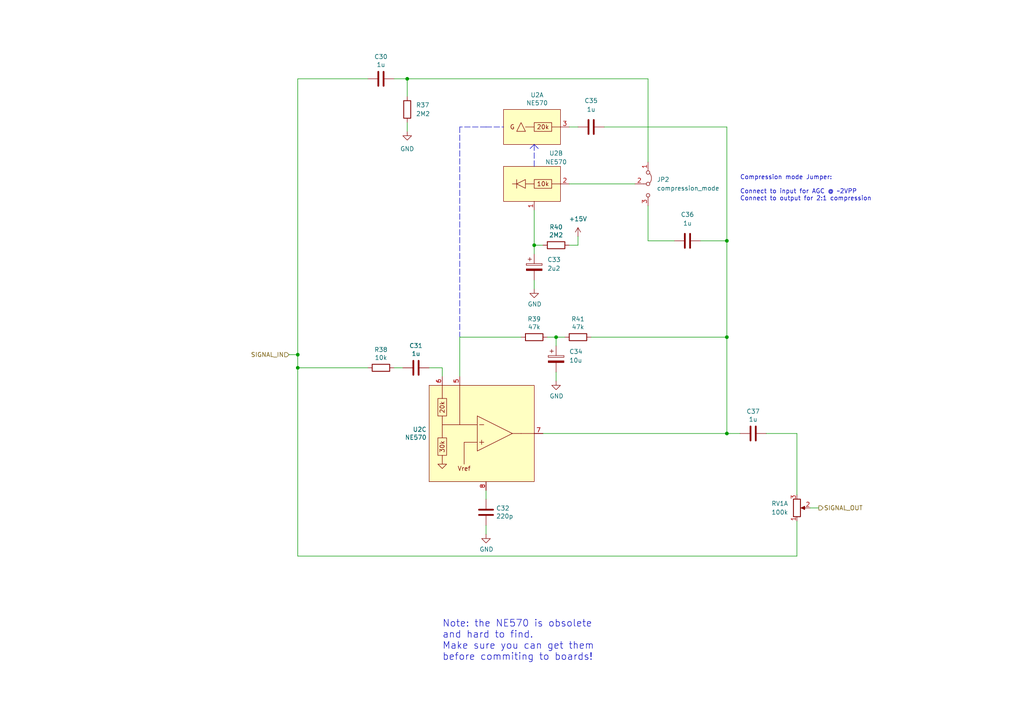
<source format=kicad_sch>
(kicad_sch (version 20211123) (generator eeschema)
  (paper "A4")
  (title_block (title "M.S.M. Stereo Lowpass Filter Pedal") (date "2022-05-20") (rev "0") (comment 2 "creativecommons.org/licenses/by/4.0") (comment 3 "License: CC by 4.0") (comment 4 "Author: Jordan Aceto"))
  (lib_symbols
    (symbol "Device:C" (pin_numbers hide) (pin_names (offset 0.254))
      (property "Reference" "C" (at 0.635 2.54 0))
      (property "Value" "C" (at 0.635 -2.54 0))
      (symbol "C_0_1"
        (polyline (pts (xy -2.032 -0.762) (xy 2.032 -0.762)) (stroke (width 0.508)))
        (polyline (pts (xy -2.032 0.762) (xy 2.032 0.762)) (stroke (width 0.508)))
      )
      (symbol "C_1_1"
        (pin passive line (at 0 3.81 270) (length 2.794) (name "~") (number "1"))
        (pin passive line (at 0 -3.81 90) (length 2.794) (name "~") (number "2"))
      )
    )
    (symbol "Device:C_Polarized" (pin_numbers hide) (pin_names (offset 0.254))
      (property "Reference" "C" (at 0.635 2.54 0))
      (property "Value" "C_Polarized" (at 0.635 -2.54 0))
      (symbol "C_Polarized_0_1"
        (rectangle (start -2.286 0.508) (end 2.286 1.016))
        (polyline (pts (xy -1.778 2.286) (xy -0.762 2.286)))
        (polyline (pts (xy -1.27 2.794) (xy -1.27 1.778)))
        (rectangle (start 2.286 -0.508) (end -2.286 -1.016) (fill (type outline)))
      )
      (symbol "C_Polarized_1_1"
        (pin passive line (at 0 3.81 270) (length 2.794) (name "~") (number "1"))
        (pin passive line (at 0 -3.81 90) (length 2.794) (name "~") (number "2"))
      )
    )
    (symbol "Device:R" (pin_numbers hide) (pin_names (offset 0))
      (property "Reference" "R" (at 2.032 0 90))
      (property "Value" "R" (at 0 0 90))
      (symbol "R_0_1"
        (rectangle (start -1.016 -2.54) (end 1.016 2.54) (stroke (width 0.254)))
      )
      (symbol "R_1_1"
        (pin passive line (at 0 3.81 270) (length 1.27) (name "~") (number "1"))
        (pin passive line (at 0 -3.81 90) (length 1.27) (name "~") (number "2"))
      )
    )
    (symbol "Device:R_Potentiometer_Dual_Separate" (pin_names (offset 1.016) hide)
      (property "Reference" "RV" (at -4.445 0 90))
      (property "Value" "R_Potentiometer_Dual_Separate" (at -2.54 0 90))
      (symbol "R_Potentiometer_Dual_Separate_0_1"
        (polyline (pts (xy 2.54 0) (xy 1.524 0)))
        (polyline (pts (xy 1.143 0) (xy 2.286 0.508) (xy 2.286 -0.508) (xy 1.143 0)) (fill (type outline)))
        (rectangle (start 1.016 2.54) (end -1.016 -2.54) (stroke (width 0.254)))
      )
      (symbol "R_Potentiometer_Dual_Separate_1_1"
        (pin passive line (at 0 3.81 270) (length 1.27) (name "1") (number "1"))
        (pin passive line (at 3.81 0 180) (length 1.27) (name "2") (number "2"))
        (pin passive line (at 0 -3.81 90) (length 1.27) (name "3") (number "3"))
      )
      (symbol "R_Potentiometer_Dual_Separate_2_1"
        (pin passive line (at 0 3.81 270) (length 1.27) (name "4") (number "4"))
        (pin passive line (at 3.81 0 180) (length 1.27) (name "5") (number "5"))
        (pin passive line (at 0 -3.81 90) (length 1.27) (name "6") (number "6"))
      )
    )
    (symbol "Jumper:Jumper_3_Bridged12" (pin_names (offset 0) hide)
      (property "Reference" "JP" (at -2.54 -2.54 0))
      (property "Value" "Jumper_3_Bridged12" (at 0 2.794 0))
      (symbol "Jumper_3_Bridged12_0_0"
        (circle (center -3.302 0) (radius 0.508))
        (circle (center 0 0) (radius 0.508))
        (circle (center 3.302 0) (radius 0.508))
      )
      (symbol "Jumper_3_Bridged12_0_1"
        (arc (start -0.254 0.508) (mid -1.651 0.9912) (end -3.048 0.508))
        (polyline (pts (xy 0 -1.27) (xy 0 -0.508)))
      )
      (symbol "Jumper_3_Bridged12_1_1"
        (pin passive line (at -6.35 0 0) (length 2.54) (name "A") (number "1"))
        (pin passive line (at 0 -3.81 90) (length 2.54) (name "C") (number "2"))
        (pin passive line (at 6.35 0 180) (length 2.54) (name "B") (number "3"))
      )
    )
    (symbol "custom_symbols:NE570" (pin_names (offset 1.016))
      (property "Reference" "U2" (at 0.8382 9.271 0))
      (property "Value" "NE570" (at 0.8382 6.9596 0))
      (symbol "NE570_1_0"
        (polyline (pts (xy 0 0) (xy 2.54 0)))
        (text "20k" (at -2.54 0 0) (effects (font (size 1.27 1.27))))
      )
      (symbol "NE570_1_1"
        (rectangle (start -7.62 5.08) (end 8.89 -5.08) (fill (type background)))
        (polyline (pts (xy 2.54 -1.27) (xy 3.81 1.27) (xy 5.08 -1.27) (xy 2.54 -1.27)))
        (polyline (pts (xy -7.62 0) (xy -5.08 0) (xy -5.08 1.27) (xy 0 1.27) (xy 0 -1.27) (xy -5.08 -1.27) (xy -5.08 0)))
        (text "G" (at 6.35 0 0) (effects (font (size 1.27 1.27))))
        (pin input line (at -10.16 0 0) (length 2.54) (name "~") (number "3"))
      )
      (symbol "NE570_2_1"
        (rectangle (start -7.62 5.08) (end 8.89 -5.08) (fill (type background)))
        (polyline (pts (xy 5.08 0) (xy 6.35 0)))
        (polyline (pts (xy 5.08 1.27) (xy 5.08 -1.27)))
        (polyline (pts (xy 0 0) (xy 2.54 0) (xy 2.54 1.27) (xy 5.08 0) (xy 2.54 -1.27) (xy 2.54 0) (xy 2.54 -1.27)))
        (polyline (pts (xy -7.62 0) (xy -5.08 0) (xy -5.08 1.27) (xy -1.27 1.27) (xy 0 1.27) (xy 0 -1.27) (xy -5.08 -1.27) (xy -5.08 0)))
        (text "10k" (at -2.54 0 0) (effects (font (size 1.27 1.27))))
        (pin input line (at 0 -7.62 90) (length 2.54) (name "~") (number "1"))
        (pin input line (at -10.16 0 0) (length 2.54) (name "~") (number "2"))
      )
      (symbol "NE570_3_1"
        (rectangle (start -16.51 -13.97) (end 13.97 13.97) (fill (type background)))
        (polyline (pts (xy -12.7 10.16) (xy -12.7 13.97)))
        (polyline (pts (xy -7.62 2.54) (xy -7.62 13.97)))
        (polyline (pts (xy -1.905 -2.54) (xy -0.635 -2.54)))
        (polyline (pts (xy -1.905 2.54) (xy -0.635 2.54)))
        (polyline (pts (xy -1.27 -3.175) (xy -1.27 -1.905)))
        (polyline (pts (xy 7.62 0) (xy 10.16 0)))
        (polyline (pts (xy 10.16 0) (xy 13.97 0)))
        (polyline (pts (xy -2.54 -2.54) (xy -6.35 -2.54) (xy -6.35 -8.89)))
        (polyline (pts (xy -2.54 5.08) (xy -2.54 -5.08) (xy 7.62 0) (xy -2.54 5.08)))
        (polyline (pts (xy -12.7 -6.35) (xy -12.7 -8.89) (xy -13.97 -8.89) (xy -12.7 -10.16) (xy -11.43 -8.89) (xy -12.7 -8.89)))
        (polyline (pts (xy -12.7 2.54) (xy -12.7 5.08) (xy -13.97 5.08) (xy -13.97 10.16) (xy -11.43 10.16) (xy -11.43 5.08) (xy -12.7 5.08)))
        (polyline (pts (xy -2.54 2.54) (xy -12.7 2.54) (xy -12.7 -1.27) (xy -13.97 -1.27) (xy -13.97 -6.35) (xy -11.43 -6.35) (xy -11.43 -1.27) (xy -12.7 -1.27)))
        (text "20k" (at -12.7 7.62 900) (effects (font (size 1.27 1.27))))
        (text "30k" (at -12.7 -3.81 900) (effects (font (size 1.27 1.27))))
        (text "Vref" (at -6.35 -10.16 0) (effects (font (size 1.27 1.27))))
        (pin input line (at -7.62 16.51 270) (length 2.54) (name "~") (number "5"))
        (pin input line (at -12.7 16.51 270) (length 2.54) (name "~") (number "6"))
        (pin output line (at 16.51 0 180) (length 2.54) (name "~") (number "7"))
        (pin input line (at 0 -16.51 90) (length 2.54) (name "~") (number "8"))
      )
      (symbol "NE570_4_0"
        (polyline (pts (xy -7.62 0) (xy -5.08 0) (xy -5.08 1.27) (xy 0 1.27) (xy 0 -1.27) (xy -5.08 -1.27) (xy -5.08 0)))
      )
      (symbol "NE570_4_1"
        (rectangle (start -7.62 5.08) (end 8.89 -5.08) (fill (type background)))
        (polyline (pts (xy 0 0) (xy 2.54 0)))
        (polyline (pts (xy 2.54 -1.27) (xy 3.81 1.27) (xy 5.08 -1.27) (xy 2.54 -1.27)))
        (polyline (pts (xy -7.62 0) (xy -5.08 0) (xy -5.08 1.27) (xy 0 1.27) (xy 0 -1.27) (xy -5.08 -1.27) (xy -5.08 0)))
        (text "20k" (at -2.54 0 0) (effects (font (size 1.27 1.27))))
        (text "G" (at 6.35 0 0) (effects (font (size 1.27 1.27))))
        (pin input line (at -10.16 0 0) (length 2.54) (name "~") (number "14"))
      )
      (symbol "NE570_5_1"
        (rectangle (start -7.62 5.08) (end 8.89 -5.08) (fill (type background)))
        (polyline (pts (xy 5.08 0) (xy 6.35 0)))
        (polyline (pts (xy 5.08 1.27) (xy 5.08 -1.27)))
        (polyline (pts (xy 0 0) (xy 2.54 0) (xy 2.54 1.27) (xy 5.08 0) (xy 2.54 -1.27) (xy 2.54 0) (xy 2.54 -1.27)))
        (polyline (pts (xy -7.62 0) (xy -5.08 0) (xy -5.08 1.27) (xy -1.27 1.27) (xy 0 1.27) (xy 0 -1.27) (xy -5.08 -1.27) (xy -5.08 0)))
        (text "10k" (at -2.54 0 0) (effects (font (size 1.27 1.27))))
        (pin input line (at -10.16 0 0) (length 2.54) (name "~") (number "15"))
        (pin input line (at 0 -7.62 90) (length 2.54) (name "~") (number "16"))
      )
      (symbol "NE570_6_1"
        (rectangle (start -16.51 -13.97) (end 13.97 13.97) (fill (type background)))
        (polyline (pts (xy -12.7 10.16) (xy -12.7 13.97)))
        (polyline (pts (xy -7.62 2.54) (xy -7.62 13.97)))
        (polyline (pts (xy -1.905 -2.54) (xy -0.635 -2.54)))
        (polyline (pts (xy -1.905 2.54) (xy -0.635 2.54)))
        (polyline (pts (xy -1.27 -3.175) (xy -1.27 -1.905)))
        (polyline (pts (xy 7.62 0) (xy 13.97 0)))
        (polyline (pts (xy -2.54 -2.54) (xy -6.35 -2.54) (xy -6.35 -8.89)))
        (polyline (pts (xy -2.54 5.08) (xy -2.54 -5.08) (xy 7.62 0) (xy -2.54 5.08)))
        (polyline (pts (xy -12.7 -6.35) (xy -12.7 -8.89) (xy -13.97 -8.89) (xy -12.7 -10.16) (xy -11.43 -8.89) (xy -12.7 -8.89)))
        (polyline (pts (xy -12.7 2.54) (xy -12.7 5.08) (xy -13.97 5.08) (xy -13.97 10.16) (xy -11.43 10.16) (xy -11.43 5.08) (xy -12.7 5.08)))
        (polyline (pts (xy -2.54 2.54) (xy -12.7 2.54) (xy -12.7 -1.27) (xy -13.97 -1.27) (xy -13.97 -6.35) (xy -11.43 -6.35) (xy -11.43 -1.27) (xy -12.7 -1.27)))
        (text "20k" (at -12.7 7.62 900) (effects (font (size 1.27 1.27))))
        (text "30k" (at -12.7 -3.81 900) (effects (font (size 1.27 1.27))))
        (text "Vref" (at -6.35 -10.16 0) (effects (font (size 1.27 1.27))))
        (pin output line (at 16.51 0 180) (length 2.54) (name "~") (number "10"))
        (pin input line (at -12.7 16.51 270) (length 2.54) (name "~") (number "11"))
        (pin input line (at -7.62 16.51 270) (length 2.54) (name "~") (number "12"))
        (pin input line (at 0 -16.51 90) (length 2.54) (name "~") (number "9"))
      )
      (symbol "NE570_7_1"
        (pin power_in line (at 0 7.62 270) (length 2.54) (name "Vcc") (number "13"))
        (pin power_in line (at 0 -7.62 90) (length 2.54) (name "gnd") (number "4"))
      )
    )
    (symbol "power:+15V" (power) (pin_names (offset 0))
      (property "Value" "+15V" (at 0 3.556 0))
      (symbol "+15V_0_1"
        (polyline (pts (xy -0.762 1.27) (xy 0 2.54)))
        (polyline (pts (xy 0 0) (xy 0 2.54)))
        (polyline (pts (xy 0 2.54) (xy 0.762 1.27)))
      )
      (symbol "+15V_1_1"
        (pin power_in line (at 0 0 90) (length 0) hide (name "+15V") (number "1"))
      )
    )
    (symbol "power:GND" (power) (pin_names (offset 0))
      (property "Value" "GND" (at 0 -3.81 0))
      (symbol "GND_0_1"
        (polyline (pts (xy 0 0) (xy 0 -1.27) (xy 1.27 -1.27) (xy 0 -2.54) (xy -1.27 -1.27) (xy 0 -1.27)))
      )
      (symbol "GND_1_1"
        (pin power_in line (at 0 0 270) (length 0) hide (name "GND") (number "1"))
      )
    )
  )
  (junction (at 210.82 125.73))
  (junction (at 154.94 71.12))
  (junction (at 86.36 102.87))
  (junction (at 86.36 106.68))
  (junction (at 210.82 97.79))
  (junction (at 161.29 97.79))
  (junction (at 118.11 22.86))
  (junction (at 210.82 69.85))
  (wire (pts (xy 83.82 102.87) (xy 86.36 102.87)))
  (wire (pts (xy 157.48 71.12) (xy 154.94 71.12)))
  (polyline (pts (xy 154.94 41.91) (xy 153.67 43.18)))
  (wire (pts (xy 165.1 36.83) (xy 167.64 36.83)))
  (wire (pts (xy 210.82 36.83) (xy 210.82 69.85)))
  (wire (pts (xy 157.48 125.73) (xy 210.82 125.73)))
  (wire (pts (xy 167.64 68.58) (xy 167.64 71.12)))
  (wire (pts (xy 128.27 109.22) (xy 128.27 106.68)))
  (wire (pts (xy 118.11 35.56) (xy 118.11 38.1)))
  (wire (pts (xy 231.14 151.13) (xy 231.14 161.29)))
  (wire (pts (xy 187.96 46.99) (xy 187.96 22.86)))
  (wire (pts (xy 86.36 161.29) (xy 231.14 161.29)))
  (polyline (pts (xy 133.35 36.83) (xy 133.35 97.79)))
  (wire (pts (xy 161.29 97.79) (xy 163.83 97.79)))
  (wire (pts (xy 234.95 147.32) (xy 237.49 147.32)))
  (polyline (pts (xy 154.94 41.91) (xy 156.21 43.18)))
  (wire (pts (xy 106.68 22.86) (xy 86.36 22.86)))
  (wire (pts (xy 86.36 102.87) (xy 86.36 106.68)))
  (wire (pts (xy 86.36 22.86) (xy 86.36 102.87)))
  (polyline (pts (xy 140.97 36.83) (xy 133.35 36.83)))
  (wire (pts (xy 203.2 69.85) (xy 210.82 69.85)))
  (wire (pts (xy 116.84 106.68) (xy 114.3 106.68)))
  (wire (pts (xy 167.64 71.12) (xy 165.1 71.12)))
  (wire (pts (xy 154.94 73.66) (xy 154.94 71.12)))
  (wire (pts (xy 231.14 125.73) (xy 222.25 125.73)))
  (wire (pts (xy 154.94 81.28) (xy 154.94 83.82)))
  (polyline (pts (xy 154.94 48.26) (xy 154.94 41.91)))
  (wire (pts (xy 158.75 97.79) (xy 161.29 97.79)))
  (wire (pts (xy 231.14 143.51) (xy 231.14 125.73)))
  (polyline (pts (xy 140.97 36.83) (xy 146.05 36.83)))
  (wire (pts (xy 114.3 22.86) (xy 118.11 22.86)))
  (wire (pts (xy 161.29 100.33) (xy 161.29 97.79)))
  (wire (pts (xy 171.45 97.79) (xy 210.82 97.79)))
  (wire (pts (xy 140.97 144.78) (xy 140.97 142.24)))
  (wire (pts (xy 161.29 107.95) (xy 161.29 110.49)))
  (wire (pts (xy 187.96 59.69) (xy 187.96 69.85)))
  (wire (pts (xy 165.1 53.34) (xy 184.15 53.34)))
  (wire (pts (xy 140.97 152.4) (xy 140.97 154.94)))
  (wire (pts (xy 187.96 69.85) (xy 195.58 69.85)))
  (wire (pts (xy 118.11 22.86) (xy 187.96 22.86)))
  (wire (pts (xy 128.27 106.68) (xy 124.46 106.68)))
  (wire (pts (xy 86.36 106.68) (xy 86.36 161.29)))
  (wire (pts (xy 210.82 69.85) (xy 210.82 97.79)))
  (wire (pts (xy 175.26 36.83) (xy 210.82 36.83)))
  (wire (pts (xy 154.94 71.12) (xy 154.94 60.96)))
  (wire (pts (xy 133.35 97.79) (xy 133.35 109.22)))
  (wire (pts (xy 210.82 97.79) (xy 210.82 125.73)))
  (wire (pts (xy 118.11 22.86) (xy 118.11 27.94)))
  (wire (pts (xy 210.82 125.73) (xy 214.63 125.73)))
  (wire (pts (xy 86.36 106.68) (xy 106.68 106.68)))
  (wire (pts (xy 133.35 97.79) (xy 151.13 97.79)))
  (text "Note: the NE570 is obsolete \nand hard to find. \nMake sure you can get them \nbefore commiting to boards!" (at 128.27 191.77 0) (effects (font (size 2 2)) (justify left bottom)))
  (text "Compression mode Jumper:\n\nConnect to input for AGC @ ~2VPP\nConnect to output for 2:1 compression" (at 214.63 58.42 0) (effects (font (size 1.27 1.27)) (justify left bottom)))
  (hierarchical_label "SIGNAL_OUT" (shape output) (at 237.49 147.32 0))
  (hierarchical_label "SIGNAL_IN" (shape input) (at 83.82 102.87 180))
  (symbol (lib_id "Device:C_Polarized") (at 154.94 77.47 0) (unit 1)
    (property "Reference" "C33" (at 158.75 75.3109 0) (effects (justify left)))
    (property "Value" "2u2" (at 158.75 77.8509 0) (effects (justify left)))
    (property "Footprint" "Capacitor_THT:CP_Radial_D6.3mm_P2.50mm" (effects hide))
  )
  (symbol (lib_id "Jumper:Jumper_3_Bridged12") (at 187.96 53.34 270) (unit 1)
    (property "Reference" "JP2" (at 190.5 52.0699 90) (effects (justify left)))
    (property "Value" "compression_mode" (at 190.5 54.6099 90) (effects (justify left)))
    (property "Footprint" "Connector_PinHeader_2.54mm:PinHeader_1x03_P2.54mm_Vertical" (effects hide))
  )
  (symbol (lib_id "Device:C") (at 171.45 36.83 90) (unit 1)
    (property "Reference" "C35" (at 171.45 29.21 90))
    (property "Value" "1u" (at 171.45 31.75 90))
    (property "Footprint" "Capacitor_THT:C_Rect_L7.2mm_W5.5mm_P5.00mm_FKS2_FKP2_MKS2_MKP2" (effects hide))
  )
  (symbol (lib_id "power:GND") (at 118.11 38.1 0) (unit 1)
    (property "Reference" "#PWR0143" (effects hide))
    (property "Value" "GND" (at 118.11 43.18 0))
  )
  (symbol (lib_id "power:GND") (at 154.94 83.82 0) (unit 1)
    (property "Reference" "#PWR0142" (effects hide))
    (property "Value" "GND" (at 155.067 88.2142 0))
  )
  (symbol (lib_id "Device:R_Potentiometer_Dual_Separate") (at 231.14 147.32 0) (mirror x) (unit 1)
    (property "Reference" "RV1" (at 228.6 146.0499 0) (effects (justify right)))
    (property "Value" "100k" (at 228.6 148.5899 0) (effects (justify right)))
    (property "Footprint" "Potentiometer_THT:Potentiometer_Alpha_RD902F-40-00D_Dual_Vertical" (effects hide))
  )
  (symbol (lib_id "power:GND") (at 140.97 154.94 0) (unit 1)
    (property "Reference" "#PWR0140" (effects hide))
    (property "Value" "GND" (at 141.097 159.3342 0))
  )
  (symbol (lib_id "Device:R") (at 161.29 71.12 270) (unit 1)
    (property "Reference" "R40" (at 161.29 65.8622 90))
    (property "Value" "2M2" (at 161.29 68.1736 90))
    (property "Footprint" "Resistor_SMD:R_0805_2012Metric" (effects hide))
  )
  (symbol (lib_id "Device:C") (at 140.97 148.59 0) (unit 1)
    (property "Reference" "C32" (at 143.891 147.4216 0) (effects (justify left)))
    (property "Value" "220p" (at 143.891 149.733 0) (effects (justify left)))
    (property "Footprint" "Capacitor_SMD:C_0805_2012Metric" (effects hide))
  )
  (symbol (lib_id "power:+15V") (at 167.64 68.58 0) (unit 1)
    (property "Reference" "#PWR0134" (effects hide))
    (property "Value" "+15V" (at 167.64 63.5 0))
  )
  (symbol (lib_id "Device:R") (at 110.49 106.68 270) (unit 1)
    (property "Reference" "R38" (at 110.49 101.4222 90))
    (property "Value" "10k" (at 110.49 103.7336 90))
    (property "Footprint" "Resistor_SMD:R_0805_2012Metric" (effects hide))
  )
  (symbol (lib_id "Device:C") (at 199.39 69.85 90) (unit 1)
    (property "Reference" "C36" (at 199.39 62.23 90))
    (property "Value" "1u" (at 199.39 64.77 90))
    (property "Footprint" "Capacitor_THT:C_Rect_L7.2mm_W5.5mm_P5.00mm_FKS2_FKP2_MKS2_MKP2" (effects hide))
  )
  (symbol (lib_id "Device:C") (at 110.49 22.86 270) (unit 1)
    (property "Reference" "C30" (at 110.49 16.4592 90))
    (property "Value" "1u" (at 110.49 18.7706 90))
    (property "Footprint" "Capacitor_THT:C_Rect_L7.2mm_W5.5mm_P5.00mm_FKS2_FKP2_MKS2_MKP2" (effects hide))
  )
  (symbol (lib_id "custom_symbols:NE570") (at 140.97 125.73 0) (unit 3)
    (property "Reference" "U2" (at 123.7488 124.5616 0) (effects (justify right)))
    (property "Value" "NE570" (at 123.7488 126.873 0) (effects (justify right)))
    (property "Footprint" "Package_DIP:DIP-16_W7.62mm_Socket" (effects hide))
  )
  (symbol (lib_id "custom_symbols:NE570") (at 154.94 53.34 0) (mirror y) (unit 2)
    (property "Reference" "U2" (at 161.29 44.45 0))
    (property "Value" "NE570" (at 161.29 46.99 0))
    (property "Footprint" "Package_DIP:DIP-16_W7.62mm_Socket" (effects hide))
  )
  (symbol (lib_id "Device:C") (at 218.44 125.73 270) (unit 1)
    (property "Reference" "C37" (at 218.44 119.3292 90))
    (property "Value" "1u" (at 218.44 121.6406 90))
    (property "Footprint" "Capacitor_THT:C_Rect_L7.2mm_W5.5mm_P5.00mm_FKS2_FKP2_MKS2_MKP2" (effects hide))
  )
  (symbol (lib_id "Device:R") (at 154.94 97.79 270) (unit 1)
    (property "Reference" "R39" (at 154.94 92.5322 90))
    (property "Value" "47k" (at 154.94 94.8436 90))
    (property "Footprint" "Resistor_SMD:R_0805_2012Metric" (effects hide))
  )
  (symbol (lib_id "Device:R") (at 167.64 97.79 270) (unit 1)
    (property "Reference" "R41" (at 167.64 92.5322 90))
    (property "Value" "47k" (at 167.64 94.8436 90))
    (property "Footprint" "Resistor_SMD:R_0805_2012Metric" (effects hide))
  )
  (symbol (lib_id "power:GND") (at 161.29 110.49 0) (unit 1)
    (property "Reference" "#PWR0139" (effects hide))
    (property "Value" "GND" (at 161.417 114.8842 0))
  )
  (symbol (lib_id "Device:R") (at 118.11 31.75 0) (unit 1)
    (property "Reference" "R37" (at 120.65 30.4799 0) (effects (justify left)))
    (property "Value" "2M2" (at 120.65 33.0199 0) (effects (justify left)))
    (property "Footprint" "Resistor_SMD:R_0805_2012Metric" (effects hide))
  )
  (symbol (lib_id "custom_symbols:NE570") (at 154.94 36.83 0) (mirror y) (unit 1)
    (property "Reference" "U2" (at 155.7782 27.559 0))
    (property "Value" "NE570" (at 155.7782 29.8704 0))
    (property "Footprint" "Package_DIP:DIP-16_W7.62mm_Socket" (effects hide))
  )
  (symbol (lib_id "Device:C") (at 120.65 106.68 270) (unit 1)
    (property "Reference" "C31" (at 120.65 100.2792 90))
    (property "Value" "1u" (at 120.65 102.5906 90))
    (property "Footprint" "Capacitor_THT:C_Rect_L7.2mm_W5.5mm_P5.00mm_FKS2_FKP2_MKS2_MKP2" (effects hide))
  )
  (symbol (lib_id "Device:C_Polarized") (at 161.29 104.14 0) (unit 1)
    (property "Reference" "C34" (at 165.1 101.9809 0) (effects (justify left)))
    (property "Value" "10u" (at 165.1 104.5209 0) (effects (justify left)))
    (property "Footprint" "Capacitor_THT:CP_Radial_D6.3mm_P2.50mm" (effects hide))
  )
)
</source>
